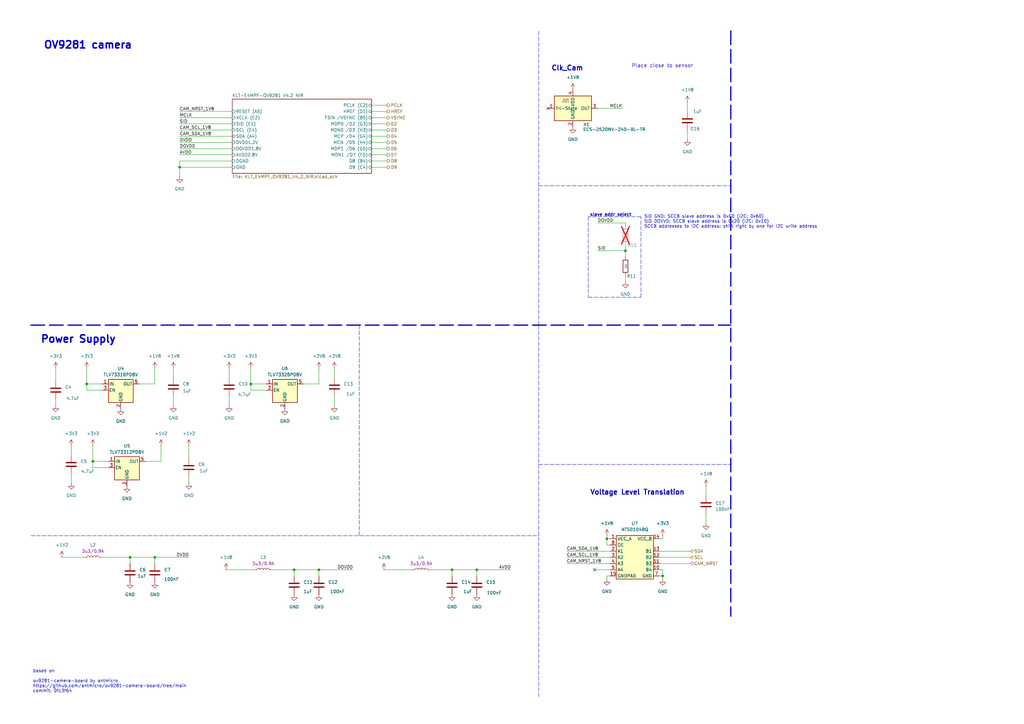
<source format=kicad_sch>
(kicad_sch (version 20231120) (generator "eeschema") (generator_version "8.0")
  (paper "A3")
  (lib_symbols
    (symbol "Device:C" (pin_numbers hide) (pin_names (offset 0.254))
      (property "Reference" "C" (at 0.635 2.54 0))
      (property "Value" "C" (at 0.635 -2.54 0))
      (symbol "C_0_1"
        (polyline (pts (xy -2.032 -0.762) (xy 2.032 -0.762)) (stroke (width 0.508)))
        (polyline (pts (xy -2.032 0.762) (xy 2.032 0.762)) (stroke (width 0.508)))
      )
      (symbol "C_1_1"
        (pin passive line (at 0 3.81 270) (length 2.794) (name "~") (number "1"))
        (pin passive line (at 0 -3.81 90) (length 2.794) (name "~") (number "2"))
      )
    )
    (symbol "Device:L" (pin_numbers hide) (pin_names (offset 1.016) hide)
      (property "Reference" "L" (at -1.27 0 90))
      (property "Value" "L" (at 1.905 0 90))
      (symbol "L_0_1"
        (arc (start 0 -2.54) (mid 0.6323 -1.905) (end 0 -1.27))
        (arc (start 0 -1.27) (mid 0.6323 -0.635) (end 0 0))
        (arc (start 0 0) (mid 0.6323 0.635) (end 0 1.27))
        (arc (start 0 1.27) (mid 0.6323 1.905) (end 0 2.54))
      )
      (symbol "L_1_1"
        (pin passive line (at 0 3.81 270) (length 1.27) (name "1") (number "1"))
        (pin passive line (at 0 -3.81 90) (length 1.27) (name "2") (number "2"))
      )
    )
    (symbol "Device:R" (pin_numbers hide) (pin_names (offset 0))
      (property "Reference" "R" (at 2.032 0 90))
      (property "Value" "R" (at 0 0 90))
      (symbol "R_0_1"
        (rectangle (start -1.016 -2.54) (end 1.016 2.54) (stroke (width 0.254)))
      )
      (symbol "R_1_1"
        (pin passive line (at 0 3.81 270) (length 1.27) (name "~") (number "1"))
        (pin passive line (at 0 -3.81 90) (length 1.27) (name "~") (number "2"))
      )
    )
    (symbol "Oscillator:ECS-2520MV-xxx-xx"
      (property "Reference" "X" (at -5.08 6.35 0))
      (property "Value" "ECS-2520MV-xxx-xx" (at 1.27 -6.35 0))
      (symbol "ECS-2520MV-xxx-xx_0_1"
        (rectangle (start -7.62 5.08) (end 7.62 -5.08) (stroke (width 0.254)) (fill (type background)))
        (polyline (pts (xy -4.445 2.54) (xy -3.81 2.54) (xy -3.81 3.81) (xy -3.175 3.81) (xy -3.175 2.54) (xy -2.54 2.54) (xy -2.54 3.81) (xy -1.905 3.81) (xy -1.905 2.54)))
      )
      (symbol "ECS-2520MV-xxx-xx_1_1"
        (pin input line (at -10.16 0 0) (length 2.54) (name "Tri-State") (number "1"))
        (pin power_in line (at 0 -7.62 90) (length 2.54) (name "GND") (number "2"))
        (pin output line (at 10.16 0 180) (length 2.54) (name "OUT") (number "3"))
        (pin power_in line (at 0 7.62 270) (length 2.54) (name "VDD") (number "4"))
      )
    )
    (symbol "Regulator_Linear:TLV73312PDBV" (pin_names (offset 0.254))
      (property "Reference" "U" (at -3.81 5.715 0))
      (property "Value" "TLV73312PDBV" (at 0 5.715 0))
      (symbol "TLV73312PDBV_0_1"
        (rectangle (start -5.08 4.445) (end 5.08 -5.08) (stroke (width 0.254)) (fill (type background)))
      )
      (symbol "TLV73312PDBV_1_1"
        (pin power_in line (at -7.62 2.54 0) (length 2.54) (name "IN") (number "1"))
        (pin power_in line (at 0 -7.62 90) (length 2.54) (name "GND") (number "2"))
        (pin input line (at -7.62 0 0) (length 2.54) (name "EN") (number "3"))
        (pin no_connect line (at 5.08 0 180) (length 2.54) hide (name "NC") (number "4"))
        (pin power_out line (at 7.62 2.54 180) (length 2.54) (name "OUT") (number "5"))
      )
    )
    (symbol "Regulator_Linear:TLV73318PDBV" (pin_names (offset 0.254))
      (property "Reference" "U" (at -3.81 5.715 0))
      (property "Value" "TLV73318PDBV" (at 0 5.715 0))
      (symbol "TLV73318PDBV_0_1"
        (rectangle (start -5.08 4.445) (end 5.08 -5.08) (stroke (width 0.254)) (fill (type background)))
      )
      (symbol "TLV73318PDBV_1_1"
        (pin power_in line (at -7.62 2.54 0) (length 2.54) (name "IN") (number "1"))
        (pin power_in line (at 0 -7.62 90) (length 2.54) (name "GND") (number "2"))
        (pin input line (at -7.62 0 0) (length 2.54) (name "EN") (number "3"))
        (pin no_connect line (at 5.08 0 180) (length 2.54) hide (name "NC") (number "4"))
        (pin power_out line (at 7.62 2.54 180) (length 2.54) (name "OUT") (number "5"))
      )
    )
    (symbol "Regulator_Linear:TLV73328PDBV" (pin_names (offset 0.254))
      (property "Reference" "U" (at -3.81 5.715 0))
      (property "Value" "TLV73328PDBV" (at 0 5.715 0))
      (symbol "TLV73328PDBV_0_1"
        (rectangle (start -5.08 4.445) (end 5.08 -5.08) (stroke (width 0.254)) (fill (type background)))
      )
      (symbol "TLV73328PDBV_1_1"
        (pin power_in line (at -7.62 2.54 0) (length 2.54) (name "IN") (number "1"))
        (pin power_in line (at 0 -7.62 90) (length 2.54) (name "GND") (number "2"))
        (pin input line (at -7.62 0 0) (length 2.54) (name "EN") (number "3"))
        (pin no_connect line (at 5.08 0 180) (length 2.54) hide (name "NC") (number "4"))
        (pin power_out line (at 7.62 2.54 180) (length 2.54) (name "OUT") (number "5"))
      )
    )
    (symbol "power:+1V2" (power) (pin_numbers hide) (pin_names (offset 0) hide)
      (property "Value" "+1V2" (at 0 3.556 0))
      (symbol "+1V2_0_1"
        (polyline (pts (xy -0.762 1.27) (xy 0 2.54)))
        (polyline (pts (xy 0 0) (xy 0 2.54)))
        (polyline (pts (xy 0 2.54) (xy 0.762 1.27)))
      )
      (symbol "+1V2_1_1"
        (pin power_in line (at 0 0 90) (length 0) (name "~") (number "1"))
      )
    )
    (symbol "power:+1V8" (power) (pin_numbers hide) (pin_names (offset 0) hide)
      (property "Value" "+1V8" (at 0 3.556 0))
      (symbol "+1V8_0_1"
        (polyline (pts (xy -0.762 1.27) (xy 0 2.54)))
        (polyline (pts (xy 0 0) (xy 0 2.54)))
        (polyline (pts (xy 0 2.54) (xy 0.762 1.27)))
      )
      (symbol "+1V8_1_1"
        (pin power_in line (at 0 0 90) (length 0) (name "~") (number "1"))
      )
    )
    (symbol "power:+2V8" (power) (pin_numbers hide) (pin_names (offset 0) hide)
      (property "Value" "+2V8" (at 0 3.556 0))
      (symbol "+2V8_0_1"
        (polyline (pts (xy -0.762 1.27) (xy 0 2.54)))
        (polyline (pts (xy 0 0) (xy 0 2.54)))
        (polyline (pts (xy 0 2.54) (xy 0.762 1.27)))
      )
      (symbol "+2V8_1_1"
        (pin power_in line (at 0 0 90) (length 0) (name "~") (number "1"))
      )
    )
    (symbol "power:+3V3" (power) (pin_numbers hide) (pin_names (offset 0) hide)
      (property "Value" "+3V3" (at 0 3.556 0))
      (symbol "+3V3_0_1"
        (polyline (pts (xy -0.762 1.27) (xy 0 2.54)))
        (polyline (pts (xy 0 0) (xy 0 2.54)))
        (polyline (pts (xy 0 2.54) (xy 0.762 1.27)))
      )
      (symbol "+3V3_1_1"
        (pin power_in line (at 0 0 90) (length 0) (name "~") (number "1"))
      )
    )
    (symbol "power:GND" (power) (pin_numbers hide) (pin_names (offset 0) hide)
      (property "Value" "GND" (at 0 -3.81 0))
      (symbol "GND_0_1"
        (polyline (pts (xy 0 0) (xy 0 -1.27) (xy 1.27 -1.27) (xy 0 -2.54) (xy -1.27 -1.27) (xy 0 -1.27)))
      )
      (symbol "GND_1_1"
        (pin power_in line (at 0 0 270) (length 0) (name "~") (number "1"))
      )
    )
    (symbol "visionAddOn:NTS0104BQ"
      (property "Reference" "U" (at 0 0 0))
      (property "Value" "NTS0104BQ" (at 0 0 0))
      (symbol "NTS0104BQ_1_1"
        (rectangle (start -7.62 -1.27) (end 7.62 -19.05) (stroke (width 0.254)) (fill (type background)))
        (pin power_in line (at -10.16 -2.54 0) (length 2.54) (name "VCC_A") (number "1"))
        (pin bidirectional line (at 10.16 -15.24 180) (length 2.54) (name "B4") (number "10"))
        (pin bidirectional line (at 10.16 -12.7 180) (length 2.54) (name "B3") (number "11"))
        (pin bidirectional line (at 10.16 -10.16 180) (length 2.54) (name "B2") (number "12"))
        (pin bidirectional line (at 10.16 -7.62 180) (length 2.54) (name "B1") (number "13"))
        (pin power_in line (at 10.16 -2.54 180) (length 2.54) (name "VCC_B") (number "14"))
        (pin input line (at -10.16 -17.78 0) (length 2.54) (name "GNDPAD") (number "15"))
        (pin bidirectional line (at -10.16 -7.62 0) (length 2.54) (name "A1") (number "2"))
        (pin bidirectional line (at -10.16 -10.16 0) (length 2.54) (name "A2") (number "3"))
        (pin bidirectional line (at -10.16 -12.7 0) (length 2.54) (name "A3") (number "4"))
        (pin bidirectional line (at -10.16 -15.24 0) (length 2.54) (name "A4") (number "5"))
        (pin no_connect line (at 7.62 -3.81 180) (length 2.54) hide (name "NC") (number "6"))
        (pin power_in line (at 10.16 -17.78 180) (length 2.54) (name "GND") (number "7"))
        (pin power_in line (at -10.16 -5.08 0) (length 2.54) (name "OE") (number "8"))
        (pin no_connect line (at 7.62 -5.08 180) (length 2.54) hide (name "NC") (number "9"))
      )
    )
  )
  (junction (at 248.92 220.98))
  (junction (at 38.1 189.23))
  (junction (at 256.54 102.87))
  (junction (at 195.58 233.68))
  (junction (at 35.56 157.48))
  (junction (at 63.5 228.6))
  (junction (at 120.65 233.68))
  (junction (at 102.87 157.48))
  (junction (at 53.34 228.6))
  (junction (at 73.66 68.58))
  (junction (at 271.78 236.22))
  (junction (at 185.42 233.68))
  (junction (at 130.81 233.68))
  (no_connect (at 243.84 233.68))
  (no_connect (at 224.79 44.45))
  (wire (pts (xy 232.41 228.6) (xy 250.19 228.6)))
  (wire (pts (xy 158.75 68.58) (xy 152.4 68.58)))
  (wire (pts (xy 120.65 236.22) (xy 120.65 233.68)))
  (wire (pts (xy 41.91 228.6) (xy 53.34 228.6)))
  (wire (pts (xy 29.21 182.88) (xy 29.21 186.69)))
  (wire (pts (xy 111.76 233.68) (xy 120.65 233.68)))
  (wire (pts (xy 256.54 113.03) (xy 256.54 115.57)))
  (wire (pts (xy 109.22 160.02) (xy 102.87 160.02)))
  (wire (pts (xy 248.92 219.71) (xy 248.92 220.98)))
  (wire (pts (xy 152.4 43.18) (xy 158.75 43.18)))
  (wire (pts (xy 271.78 237.49) (xy 271.78 236.22)))
  (wire (pts (xy 130.81 233.68) (xy 130.81 236.22)))
  (wire (pts (xy 44.45 189.23) (xy 38.1 189.23)))
  (wire (pts (xy 289.56 214.63) (xy 289.56 210.82)))
  (wire (pts (xy 256.54 102.87) (xy 256.54 105.41)))
  (wire (pts (xy 256.54 102.87) (xy 245.11 102.87)))
  (wire (pts (xy 271.78 220.98) (xy 270.51 220.98)))
  (wire (pts (xy 255.27 44.45) (xy 245.11 44.45)))
  (wire (pts (xy 57.15 157.48) (xy 63.5 157.48)))
  (wire (pts (xy 250.19 236.22) (xy 248.92 236.22)))
  (wire (pts (xy 176.53 233.68) (xy 185.42 233.68)))
  (wire (pts (xy 35.56 160.02) (xy 41.91 160.02)))
  (wire (pts (xy 283.21 228.6) (xy 270.51 228.6)))
  (wire (pts (xy 130.81 233.68) (xy 144.78 233.68)))
  (polyline (pts (xy 220.98 133.35) (xy 220.98 285.75)) (stroke (width 0) (type dash)))
  (wire (pts (xy 77.47 182.88) (xy 77.47 187.96)))
  (wire (pts (xy 271.78 219.71) (xy 271.78 220.98)))
  (wire (pts (xy 63.5 157.48) (xy 63.5 151.13)))
  (wire (pts (xy 38.1 189.23) (xy 38.1 182.88)))
  (wire (pts (xy 248.92 236.22) (xy 248.92 237.49)))
  (wire (pts (xy 102.87 160.02) (xy 102.87 157.48)))
  (wire (pts (xy 158.75 45.72) (xy 152.4 45.72)))
  (polyline (pts (xy 220.98 190.5) (xy 299.72 190.5)) (stroke (width 0) (type dash)))
  (wire (pts (xy 73.66 48.26) (xy 95.25 48.26)))
  (wire (pts (xy 152.4 60.96) (xy 158.75 60.96)))
  (wire (pts (xy 63.5 228.6) (xy 77.47 228.6)))
  (wire (pts (xy 71.12 151.13) (xy 71.12 154.94)))
  (wire (pts (xy 73.66 60.96) (xy 95.25 60.96)))
  (wire (pts (xy 195.58 233.68) (xy 195.58 236.22)))
  (wire (pts (xy 124.46 157.48) (xy 130.81 157.48)))
  (wire (pts (xy 195.58 233.68) (xy 209.55 233.68)))
  (wire (pts (xy 130.81 157.48) (xy 130.81 151.13)))
  (wire (pts (xy 152.4 63.5) (xy 158.75 63.5)))
  (wire (pts (xy 289.56 199.39) (xy 289.56 203.2)))
  (wire (pts (xy 137.16 162.56) (xy 137.16 166.37)))
  (wire (pts (xy 73.66 45.72) (xy 95.25 45.72)))
  (wire (pts (xy 256.54 100.33) (xy 256.54 102.87)))
  (wire (pts (xy 281.94 41.91) (xy 281.94 45.72)))
  (wire (pts (xy 44.45 191.77) (xy 38.1 191.77)))
  (wire (pts (xy 66.04 189.23) (xy 66.04 182.88)))
  (wire (pts (xy 248.92 223.52) (xy 250.19 223.52)))
  (wire (pts (xy 270.51 236.22) (xy 271.78 236.22)))
  (wire (pts (xy 281.94 57.15) (xy 281.94 53.34)))
  (wire (pts (xy 22.86 163.83) (xy 22.86 166.37)))
  (polyline (pts (xy 241.3 121.92) (xy 262.89 121.92)) (stroke (width 0) (type dash)))
  (wire (pts (xy 152.4 48.26) (xy 158.75 48.26)))
  (wire (pts (xy 77.47 195.58) (xy 77.47 198.12)))
  (polyline (pts (xy 12.7 133.35) (xy 299.72 133.35)) (stroke (width 0.508) (type dash)))
  (wire (pts (xy 158.75 53.34) (xy 152.4 53.34)))
  (wire (pts (xy 232.41 226.06) (xy 250.19 226.06)))
  (wire (pts (xy 73.66 66.04) (xy 73.66 68.58)))
  (wire (pts (xy 158.75 58.42) (xy 152.4 58.42)))
  (polyline (pts (xy 220.98 76.2) (xy 299.72 76.2)) (stroke (width 0) (type dash)))
  (wire (pts (xy 73.66 53.34) (xy 95.25 53.34)))
  (wire (pts (xy 243.84 233.68) (xy 250.19 233.68)))
  (wire (pts (xy 59.69 189.23) (xy 66.04 189.23)))
  (wire (pts (xy 185.42 233.68) (xy 195.58 233.68)))
  (polyline (pts (xy 147.32 133.35) (xy 147.32 219.71)) (stroke (width 0) (type dash)))
  (wire (pts (xy 232.41 231.14) (xy 250.19 231.14)))
  (wire (pts (xy 256.54 91.44) (xy 256.54 92.71)))
  (polyline (pts (xy 241.3 88.9) (xy 241.3 121.92)) (stroke (width 0) (type dash)))
  (wire (pts (xy 245.11 91.44) (xy 256.54 91.44)))
  (wire (pts (xy 73.66 63.5) (xy 95.25 63.5)))
  (wire (pts (xy 102.87 157.48) (xy 102.87 151.13)))
  (polyline (pts (xy 12.7 219.71) (xy 220.98 219.71)) (stroke (width 0) (type dash)))
  (wire (pts (xy 35.56 157.48) (xy 41.91 157.48)))
  (wire (pts (xy 73.66 50.8) (xy 95.25 50.8)))
  (wire (pts (xy 71.12 162.56) (xy 71.12 166.37)))
  (wire (pts (xy 152.4 50.8) (xy 158.75 50.8)))
  (wire (pts (xy 25.4 228.6) (xy 34.29 228.6)))
  (wire (pts (xy 152.4 55.88) (xy 158.75 55.88)))
  (polyline (pts (xy 262.89 121.92) (xy 262.89 88.9)) (stroke (width 0) (type dash)))
  (wire (pts (xy 109.22 157.48) (xy 102.87 157.48)))
  (wire (pts (xy 38.1 191.77) (xy 38.1 189.23)))
  (polyline (pts (xy 262.89 88.9) (xy 241.3 88.9)) (stroke (width 0) (type dash)))
  (wire (pts (xy 157.48 233.68) (xy 168.91 233.68)))
  (wire (pts (xy 29.21 194.31) (xy 29.21 198.12)))
  (wire (pts (xy 271.78 233.68) (xy 271.78 236.22)))
  (polyline (pts (xy 299.72 12.7) (xy 299.72 252.73)) (stroke (width 0.508) (type dash)))
  (wire (pts (xy 250.19 220.98) (xy 248.92 220.98)))
  (wire (pts (xy 283.21 226.06) (xy 270.51 226.06)))
  (wire (pts (xy 120.65 233.68) (xy 130.81 233.68)))
  (wire (pts (xy 95.25 68.58) (xy 73.66 68.58)))
  (wire (pts (xy 93.98 162.56) (xy 93.98 166.37)))
  (wire (pts (xy 53.34 231.14) (xy 53.34 228.6)))
  (wire (pts (xy 22.86 151.13) (xy 22.86 156.21)))
  (wire (pts (xy 35.56 157.48) (xy 35.56 151.13)))
  (wire (pts (xy 185.42 236.22) (xy 185.42 233.68)))
  (wire (pts (xy 63.5 231.14) (xy 63.5 228.6)))
  (polyline (pts (xy 220.98 133.35) (xy 220.98 12.7)) (stroke (width 0) (type dash)))
  (wire (pts (xy 137.16 151.13) (xy 137.16 154.94)))
  (wire (pts (xy 73.66 55.88) (xy 95.25 55.88)))
  (wire (pts (xy 248.92 220.98) (xy 248.92 223.52)))
  (wire (pts (xy 271.78 233.68) (xy 270.51 233.68)))
  (wire (pts (xy 73.66 58.42) (xy 95.25 58.42)))
  (wire (pts (xy 270.51 231.14) (xy 283.21 231.14)))
  (wire (pts (xy 158.75 66.04) (xy 152.4 66.04)))
  (wire (pts (xy 73.66 66.04) (xy 95.25 66.04)))
  (wire (pts (xy 92.71 233.68) (xy 104.14 233.68)))
  (wire (pts (xy 53.34 228.6) (xy 63.5 228.6)))
  (wire (pts (xy 93.98 151.13) (xy 93.98 154.94)))
  (wire (pts (xy 73.66 68.58) (xy 73.66 72.39)))
  (wire (pts (xy 35.56 160.02) (xy 35.56 157.48)))
  (text "Voltage Level Translation" (at 241.935 203.2 0) (effects (font (size 2.0066 2.0066) (thickness 0.4013) (bold yes)) (justify left bottom)))
  (text "SID GND: SCCB slave address is 0xC0 (I2C: 0x60)\nSID DOVVD: SCCB slave address is 0x20 (I2C: 0x10)\nSCCB addresses to I2C address: shift right by one for I2C write address" (at 264.16 90.932 0) (effects (font (size 1.27 1.27)) (justify left)))
  (text "Power Supply" (at 16.51 140.97 0) (effects (font (size 2.9972 2.9972) (thickness 0.5994) (bold yes)) (justify left bottom)))
  (text "slave addr select" (at 241.935 88.9 0) (effects (font (size 1.27 1.27) (thickness 0.254) (bold yes)) (justify left bottom)))
  (text "Clk_Cam" (at 226.06 29.21 0) (effects (font (size 2.0066 2.0066) (thickness 0.4013) (bold yes)) (justify left bottom)))
  (text "OV9281 camera" (at 17.78 20.32 0) (effects (font (size 2.9972 2.9972) (thickness 0.5994) (bold yes)) (justify left bottom)))
  (text "Place close to sensor" (at 259.08 27.94 0) (effects (font (size 1.4986 1.4986)) (justify left bottom)))
  (text "based on\n\nov9281-camera-board by antmicro\nhttps://github.com/antmicro/ov9281-camera-board/tree/main\ncommit: 0fc3f64" (at 13.462 279.4 0) (effects (font (size 1.27 1.27)) (justify left)))
  (label "SID" (at 73.66 50.8 0))
  (label "AVDD" (at 209.55 233.68 180))
  (label "DOVDD" (at 245.11 91.44 0))
  (label "MCLK" (at 255.27 44.45 180))
  (label "AVDD" (at 73.66 63.5 0))
  (label "CAM_SCL_1V8" (at 73.66 53.34 0))
  (label "SID" (at 245.11 102.87 0))
  (label "DVDD" (at 77.47 228.6 180))
  (label "CAM_SCL_1V8" (at 232.41 228.6 0))
  (label "DOVDD" (at 73.66 60.96 0))
  (label "CAM_SDA_1V8" (at 232.41 226.06 0))
  (label "CAM_SDA_1V8" (at 73.66 55.88 0))
  (label "MCLK" (at 73.66 48.26 0))
  (label "DVDD" (at 73.66 58.42 0))
  (label "DOVDD" (at 144.78 233.68 180))
  (label "CAM_NRST_1V8" (at 73.66 45.72 0))
  (label "CAM_NRST_1V8" (at 232.41 231.14 0))
  (hierarchical_label "SDA" (shape bidirectional) (at 283.21 226.06 0))
  (hierarchical_label "CAM_NRST" (shape input) (at 283.21 231.14 0))
  (hierarchical_label "D9" (shape output) (at 158.75 68.58 0))
  (hierarchical_label "D2" (shape output) (at 158.75 50.8 0))
  (hierarchical_label "SCL" (shape bidirectional) (at 283.21 228.6 0))
  (hierarchical_label "D8" (shape output) (at 158.75 66.04 0))
  (hierarchical_label "PCLK" (shape output) (at 158.75 43.18 0))
  (hierarchical_label "D3" (shape output) (at 158.75 53.34 0))
  (hierarchical_label "D6" (shape output) (at 158.75 60.96 0))
  (hierarchical_label "D4" (shape output) (at 158.75 55.88 0))
  (hierarchical_label "HREF" (shape output) (at 158.75 45.72 0))
  (hierarchical_label "D7" (shape output) (at 158.75 63.5 0))
  (hierarchical_label "D5" (shape output) (at 158.75 58.42 0))
  (hierarchical_label "VSYNC" (shape output) (at 158.75 48.26 0))
  (symbol (lib_id "Device:C") (at 289.56 207.01 0) (unit 1)
    (property "Reference" "C17" (at 293.37 206.375 0) (effects (justify left)))
    (property "Value" "100nF" (at 293.37 208.915 0) (effects (justify left)))
    (property "Footprint" "Capacitor_SMD:C_0402_1005Metric" (effects (hide yes)))
    (property "DigiKey-Partnumber" "490-6328-2-ND" (effects (hide yes)))
    (property "CUBUS" "100N CAPC1005X50" (effects (hide yes)))
  )
  (symbol (lib_id "power:+1V8") (at 92.71 233.68 0) (unit 1)
    (property "Reference" "#PWR037" (effects (hide yes)))
    (property "Value" "+1V8" (at 92.71 228.6 0))
    (property "Description" "Power symbol creates a global label with name \"+1V8\"" (effects (hide yes)))
    (property "Author" "Antmicro" (effects (hide yes)))
    (property "License" "Apache-2.0" (effects (hide yes)))
  )
  (symbol (lib_id "power:+1V8") (at 234.95 36.83 0) (unit 1)
    (property "Reference" "#PWR050" (effects (hide yes)))
    (property "Value" "+1V8" (at 234.95 31.75 0))
    (property "Description" "Power symbol creates a global label with name \"+1V8\"" (effects (hide yes)))
    (property "Author" "Antmicro" (effects (hide yes)))
    (property "License" "Apache-2.0" (effects (hide yes)))
  )
  (symbol (lib_id "power:+1V8") (at 71.12 151.13 0) (unit 1)
    (property "Reference" "#PWR032" (effects (hide yes)))
    (property "Value" "+1V8" (at 71.12 146.05 0))
    (property "Description" "Power symbol creates a global label with name \"+1V8\"" (effects (hide yes)))
    (property "Author" "Antmicro" (effects (hide yes)))
    (property "License" "Apache-2.0" (effects (hide yes)))
  )
  (symbol (lib_id "Oscillator:ECS-2520MV-xxx-xx") (at 234.95 44.45 0) (unit 1)
    (property "Reference" "X1" (at 240.538 51.054 0))
    (property "Value" "ECS-2520MV-240-BL-TR" (at 251.968 53.086 0))
    (property "Footprint" "Oscillator:Oscillator_SMD_ECS_2520MV-xxx-xx-4Pin_2.5x2.0mm" (effects (hide yes)))
    (property "Datasheet" "https://www.ecsxtal.com/store/pdf/ECS-2520MV.pdf" (effects (hide yes)))
    (property "Description" "HCMOS Crystal Clock Oscillator, 2.5x2.0 mm SMD" (effects (hide yes)))
    (property "DigiKey-Partnumber" "50-ECS-2520MV-240-BL-TR-ND" (effects (hide yes)))
  )
  (symbol (lib_id "power:GND") (at 195.58 243.84 0) (unit 1)
    (property "Reference" "#PWR049" (effects (hide yes)))
    (property "Value" "GND" (at 195.58 248.92 0))
    (property "Description" "Power symbol creates a global label with name \"GND\" , ground" (effects (hide yes)))
  )
  (symbol (lib_id "power:+3V3") (at 22.86 151.13 0) (unit 1)
    (property "Reference" "#PWR019" (effects (hide yes)))
    (property "Value" "+3V3" (at 22.86 146.05 0))
    (property "Description" "Power symbol creates a global label with name \"+3V3\"" (effects (hide yes)))
    (property "Author" "Antmicro" (effects (hide yes)))
    (property "License" "Apache-2.0" (effects (hide yes)))
  )
  (symbol (lib_id "power:+1V8") (at 63.5 151.13 0) (unit 1)
    (property "Reference" "#PWR029" (effects (hide yes)))
    (property "Value" "+1V8" (at 63.5 146.05 0))
    (property "Description" "Power symbol creates a global label with name \"+1V8\"" (effects (hide yes)))
    (property "Author" "Antmicro" (effects (hide yes)))
    (property "License" "Apache-2.0" (effects (hide yes)))
  )
  (symbol (lib_id "Device:L") (at 107.95 233.68 90) (unit 1)
    (property "Reference" "L3" (at 107.95 228.6 90))
    (property "Value" "MLP2012S3R3MT" (effects (hide yes)))
    (property "Footprint" "Inductor_SMD:L_0805_2012Metric" (effects (hide yes)))
    (property "Datasheet" "https://product.tdk.com/en/system/files?file=dam/doc/product/inductor/inductor/smd/catalog/inductor_commercial_power_mlp2012_en.pdf" (effects (hide yes)))
    (property "Manufacturer" "TDK" (effects (hide yes)))
    (property "Val" "3u3/0.9A" (at 107.95 231.14 90))
    (property "DigiKey-Partnumber" "445-6365-2-ND" (effects (hide yes)))
  )
  (symbol (lib_id "Device:C") (at 77.47 191.77 0) (unit 1)
    (property "Reference" "C9" (at 81.28 190.5 0) (effects (justify left)))
    (property "Value" "1uF" (at 81.788 193.802 0) (effects (justify left bottom)))
    (property "Footprint" "Capacitor_SMD:C_0603_1608Metric" (effects (hide yes)))
    (property "DigiKey-Partnumber" "445-4112-2-ND" (effects (hide yes)))
    (property "CUBUS" "1U CAPC1608X80" (effects (hide yes)))
  )
  (symbol (lib_id "Device:C") (at 195.58 240.03 0) (unit 1)
    (property "Reference" "C15" (at 199.39 238.76 0) (effects (justify left)))
    (property "Value" "100nF" (at 199.644 243.84 0) (effects (justify left bottom)))
    (property "Footprint" "Capacitor_SMD:C_0402_1005Metric" (effects (hide yes)))
    (property "DigiKey-Partnumber" "490-6328-2-ND" (effects (hide yes)))
    (property "CUBUS" "100N CAPC1005X50" (effects (hide yes)))
  )
  (symbol (lib_id "power:+1V2") (at 66.04 182.88 0) (unit 1)
    (property "Reference" "#PWR031" (effects (hide yes)))
    (property "Value" "+1V2" (at 66.04 177.8 0))
  )
  (symbol (lib_id "power:GND") (at 63.5 238.76 0) (unit 1)
    (property "Reference" "#PWR030" (effects (hide yes)))
    (property "Value" "GND" (at 63.5 243.84 0))
    (property "Description" "Power symbol creates a global label with name \"GND\" , ground" (effects (hide yes)))
  )
  (symbol (lib_id "Device:R") (at 256.54 109.22 0) (unit 1)
    (property "Reference" "R11" (at 257.048 113.284 0) (effects (justify left)))
    (property "Value" "0" (at 256.032 109.982 0) (effects (justify left bottom)))
    (property "Footprint" "Resistor_SMD:R_0402_1005Metric" (effects (hide yes)))
    (property "Manufacturer" "Panasonic" (effects (hide yes)))
    (property "DigiKey-Partnumber" "311-0.0JRTR-ND" (effects (hide yes)))
    (property "CUBUS" "0 RESC1005X35" (effects (hide yes)))
  )
  (symbol (lib_id "power:+2V8") (at 130.81 151.13 0) (unit 1)
    (property "Reference" "#PWR043" (effects (hide yes)))
    (property "Value" "+2V8" (at 130.81 146.05 0))
  )
  (symbol (lib_id "Device:C") (at 63.5 234.95 0) (unit 1)
    (property "Reference" "C7" (at 67.31 233.68 0) (effects (justify left)))
    (property "Value" "100nF" (at 67.31 238.252 0) (effects (justify left bottom)))
    (property "Footprint" "Capacitor_SMD:C_0402_1005Metric" (effects (hide yes)))
    (property "DigiKey-Partnumber" "490-6328-2-ND" (effects (hide yes)))
    (property "CUBUS" "100N CAPC1005X50" (effects (hide yes)))
  )
  (symbol (lib_id "power:GND") (at 120.65 243.84 0) (unit 1)
    (property "Reference" "#PWR042" (effects (hide yes)))
    (property "Value" "GND" (at 120.65 248.92 0))
    (property "Description" "Power symbol creates a global label with name \"GND\" , ground" (effects (hide yes)))
  )
  (symbol (lib_id "power:+3V3") (at 35.56 151.13 0) (unit 1)
    (property "Reference" "#PWR024" (effects (hide yes)))
    (property "Value" "+3V3" (at 35.56 146.05 0))
    (property "Description" "Power symbol creates a global label with name \"+3V3\"" (effects (hide yes)))
    (property "Author" "Antmicro" (effects (hide yes)))
    (property "License" "Apache-2.0" (effects (hide yes)))
  )
  (symbol (lib_id "Device:C") (at 29.21 190.5 0) (unit 1)
    (property "Reference" "C5" (at 33.02 189.23 0) (effects (justify left)))
    (property "Value" "4.7uF" (at 33.274 194.056 0) (effects (justify left bottom)))
    (property "Footprint" "Capacitor_SMD:C_0805_2012Metric" (effects (hide yes)))
    (property "DigiKey-Partnumber" "1292-0805X475K250CTTR-ND" (effects (hide yes)))
    (property "CUBUS" "4u7 CAPC2012X95" (effects (hide yes)))
  )
  (symbol (lib_id "power:GND") (at 271.78 237.49 0) (unit 1)
    (property "Reference" "#PWR055" (effects (hide yes)))
    (property "Value" "GND" (at 271.78 242.57 0))
    (property "Description" "Power symbol creates a global label with name \"GND\" , ground" (effects (hide yes)))
  )
  (symbol (lib_id "visionAddOn:NTS0104BQ") (at 260.35 218.44 0) (unit 1)
    (property "Reference" "U7" (at 260.35 214.63 0))
    (property "Value" "NTS0104BQ" (at 260.35 217.17 0))
    (property "Footprint" "Package_DFN_QFN:DHVQFN-14-1EP_2.5x3mm_P0.5mm_EP1x1.5mm" (effects (hide yes)))
    (property "Datasheet" "https://www.nxp.com/docs/en/data-sheet/NTS0104_Q100.pdf" (effects (hide yes)))
    (property "DigiKey-Partnumber" "568-12382-2-ND" (effects (hide yes)))
  )
  (symbol (lib_id "power:GND") (at 234.95 52.07 0) (unit 1)
    (property "Reference" "#PWR051" (effects (hide yes)))
    (property "Value" "GND" (at 234.95 57.15 0))
    (property "Description" "Power symbol creates a global label with name \"GND\" , ground" (effects (hide yes)))
  )
  (symbol (lib_id "Regulator_Linear:TLV73318PDBV") (at 49.53 160.02 0) (unit 1)
    (property "Reference" "U4" (at 49.53 151.13 0))
    (property "Value" "TLV73318PDBV" (at 49.53 153.67 0))
    (property "Footprint" "Package_TO_SOT_SMD:SOT-23-5" (effects (hide yes)))
    (property "Datasheet" "http://www.ti.com/lit/ds/symlink/tlv733p.pdf" (effects (hide yes)))
    (property "Description" "300mA Capacitor-Free Low Dropout Voltage Regulator, Fixed Output 1.8V, SOT-23-5" (effects (hide yes)))
    (property "DigiKey-Partnumber" "296-40669-2-ND" (effects (hide yes)))
  )
  (symbol (lib_id "power:+1V2") (at 77.47 182.88 0) (unit 1)
    (property "Reference" "#PWR035" (effects (hide yes)))
    (property "Value" "+1V2" (at 77.47 177.8 0))
  )
  (symbol (lib_id "power:+1V2") (at 25.4 228.6 0) (unit 1)
    (property "Reference" "#PWR021" (effects (hide yes)))
    (property "Value" "+1V2" (at 25.4 223.52 0))
  )
  (symbol (lib_id "Device:C") (at 137.16 158.75 0) (unit 1)
    (property "Reference" "C13" (at 140.97 157.48 0) (effects (justify left)))
    (property "Value" "1uF" (at 141.986 162.306 0) (effects (justify left bottom)))
    (property "Footprint" "Capacitor_SMD:C_0603_1608Metric" (effects (hide yes)))
    (property "DigiKey-Partnumber" "445-4112-2-ND" (effects (hide yes)))
    (property "CUBUS" "1U CAPC1608X80" (effects (hide yes)))
  )
  (symbol (lib_id "power:GND") (at 73.66 72.39 0) (unit 1)
    (property "Reference" "#PWR034" (effects (hide yes)))
    (property "Value" "GND" (at 73.66 77.47 0))
    (property "Author" "Antmicro" (effects (hide yes)))
    (property "License" "Apache-2.0" (effects (hide yes)))
  )
  (symbol (lib_id "power:GND") (at 93.98 166.37 0) (unit 1)
    (property "Reference" "#PWR039" (effects (hide yes)))
    (property "Value" "GND" (at 93.98 171.45 0))
    (property "Description" "Power symbol creates a global label with name \"GND\" , ground" (effects (hide yes)))
  )
  (symbol (lib_id "power:+2V8") (at 137.16 151.13 0) (unit 1)
    (property "Reference" "#PWR045" (effects (hide yes)))
    (property "Value" "+2V8" (at 137.16 146.05 0))
  )
  (symbol (lib_id "Device:C") (at 130.81 240.03 0) (unit 1)
    (property "Reference" "C12" (at 134.62 238.76 0) (effects (justify left)))
    (property "Value" "100nF" (at 135.382 243.332 0) (effects (justify left bottom)))
    (property "Footprint" "Capacitor_SMD:C_0402_1005Metric" (effects (hide yes)))
    (property "DigiKey-Partnumber" "490-6328-2-ND" (effects (hide yes)))
    (property "CUBUS" "100N CAPC1005X50" (effects (hide yes)))
  )
  (symbol (lib_id "Regulator_Linear:TLV73328PDBV") (at 116.84 160.02 0) (unit 1)
    (property "Reference" "U6" (at 116.84 151.13 0))
    (property "Value" "TLV73328PDBV" (at 116.84 153.67 0))
    (property "Footprint" "Package_TO_SOT_SMD:SOT-23-5" (effects (hide yes)))
    (property "Datasheet" "http://www.ti.com/lit/ds/symlink/tlv733p.pdf" (effects (hide yes)))
    (property "Description" "300mA Capacitor-Free Low Dropout Voltage Regulator, Fixed Output 2.8V, SOT-23-5" (effects (hide yes)))
    (property "DigiKey-Partnumber" "296-42282-2-ND" (effects (hide yes)))
  )
  (symbol (lib_id "power:+2V8") (at 157.48 233.68 0) (unit 1)
    (property "Reference" "#PWR047" (effects (hide yes)))
    (property "Value" "+2V8" (at 157.48 228.6 0))
  )
  (symbol (lib_id "power:GND") (at 29.21 198.12 0) (unit 1)
    (property "Reference" "#PWR023" (effects (hide yes)))
    (property "Value" "GND" (at 29.21 203.2 0))
    (property "Author" "Antmicro" (effects (hide yes)))
    (property "License" "Apache-2.0" (effects (hide yes)))
  )
  (symbol (lib_id "power:+1V8") (at 281.94 41.91 0) (unit 1)
    (property "Reference" "#PWR056" (effects (hide yes)))
    (property "Value" "+1V8" (at 281.94 36.83 0))
    (property "Description" "Power symbol creates a global label with name \"+1V8\"" (effects (hide yes)))
    (property "Author" "Antmicro" (effects (hide yes)))
    (property "License" "Apache-2.0" (effects (hide yes)))
  )
  (symbol (lib_id "power:GND") (at 49.53 167.64 0) (unit 1)
    (property "Reference" "#PWR026" (effects (hide yes)))
    (property "Value" "GND" (at 49.53 172.72 0))
    (property "Description" "Power symbol creates a global label with name \"GND\" , ground" (effects (hide yes)))
  )
  (symbol (lib_id "power:GND") (at 52.07 199.39 0) (unit 1)
    (property "Reference" "#PWR027" (effects (hide yes)))
    (property "Value" "GND" (at 52.07 204.47 0))
    (property "Description" "Power symbol creates a global label with name \"GND\" , ground" (effects (hide yes)))
  )
  (symbol (lib_id "power:+3V3") (at 102.87 151.13 0) (unit 1)
    (property "Reference" "#PWR040" (effects (hide yes)))
    (property "Value" "+3V3" (at 102.87 146.05 0))
    (property "Description" "Power symbol creates a global label with name \"+3V3\"" (effects (hide yes)))
    (property "Author" "Antmicro" (effects (hide yes)))
    (property "License" "Apache-2.0" (effects (hide yes)))
  )
  (symbol (lib_id "power:+3V3") (at 38.1 182.88 0) (unit 1)
    (property "Reference" "#PWR025" (effects (hide yes)))
    (property "Value" "+3V3" (at 38.1 177.8 0))
    (property "Description" "Power symbol creates a global label with name \"+3V3\"" (effects (hide yes)))
    (property "Author" "Antmicro" (effects (hide yes)))
    (property "License" "Apache-2.0" (effects (hide yes)))
  )
  (symbol (lib_id "power:GND") (at 22.86 166.37 0) (unit 1)
    (property "Reference" "#PWR020" (effects (hide yes)))
    (property "Value" "GND" (at 22.86 171.45 0))
    (property "Author" "Antmicro" (effects (hide yes)))
    (property "License" "Apache-2.0" (effects (hide yes)))
  )
  (symbol (lib_id "Device:L") (at 172.72 233.68 90) (unit 1)
    (property "Reference" "L4" (at 172.72 228.6 90))
    (property "Value" "MLP2012S3R3MT" (effects (hide yes)))
    (property "Footprint" "Inductor_SMD:L_0805_2012Metric" (effects (hide yes)))
    (property "Datasheet" "https://product.tdk.com/en/system/files?file=dam/doc/product/inductor/inductor/smd/catalog/inductor_commercial_power_mlp2012_en.pdf" (effects (hide yes)))
    (property "Manufacturer" "TDK" (effects (hide yes)))
    (property "Val" "3u3/0.9A" (at 172.72 231.14 90))
    (property "DigiKey-Partnumber" "445-6365-2-ND" (effects (hide yes)))
  )
  (symbol (lib_id "power:GND") (at 116.84 167.64 0) (unit 1)
    (property "Reference" "#PWR041" (effects (hide yes)))
    (property "Value" "GND" (at 116.84 172.72 0))
    (property "Description" "Power symbol creates a global label with name \"GND\" , ground" (effects (hide yes)))
  )
  (symbol (lib_id "power:GND") (at 77.47 198.12 0) (unit 1)
    (property "Reference" "#PWR036" (effects (hide yes)))
    (property "Value" "GND" (at 77.47 203.2 0))
    (property "Description" "Power symbol creates a global label with name \"GND\" , ground" (effects (hide yes)))
  )
  (symbol (lib_id "power:+3V3") (at 29.21 182.88 0) (unit 1)
    (property "Reference" "#PWR022" (effects (hide yes)))
    (property "Value" "+3V3" (at 29.21 177.8 0))
    (property "Description" "Power symbol creates a global label with name \"+3V3\"" (effects (hide yes)))
    (property "Author" "Antmicro" (effects (hide yes)))
    (property "License" "Apache-2.0" (effects (hide yes)))
  )
  (symbol (lib_id "Device:L") (at 38.1 228.6 90) (unit 1)
    (property "Reference" "L2" (at 38.1 223.52 90))
    (property "Value" "MLP2012S3R3MT" (effects (hide yes)))
    (property "Footprint" "Inductor_SMD:L_0805_2012Metric" (effects (hide yes)))
    (property "Datasheet" "https://product.tdk.com/en/system/files?file=dam/doc/product/inductor/inductor/smd/catalog/inductor_commercial_power_mlp2012_en.pdf" (effects (hide yes)))
    (property "Val" "3u3/0.9A" (at 38.1 226.06 90))
    (property "DigiKey-Partnumber" "445-6365-2-ND" (effects (hide yes)))
  )
  (symbol (lib_id "power:GND") (at 256.54 115.57 0) (unit 1)
    (property "Reference" "#PWR053" (effects (hide yes)))
    (property "Value" "GND" (at 256.54 120.65 0))
    (property "Description" "Power symbol creates a global label with name \"GND\" , ground" (effects (hide yes)))
  )
  (symbol (lib_id "Device:C") (at 93.98 158.75 0) (unit 1)
    (property "Reference" "C10" (at 97.79 157.48 0) (effects (justify left)))
    (property "Value" "4.7uF" (at 97.536 162.56 0) (effects (justify left bottom)))
    (property "Footprint" "Capacitor_SMD:C_0805_2012Metric" (effects (hide yes)))
    (property "DigiKey-Partnumber" "1292-0805X475K250CTTR-ND" (effects (hide yes)))
    (property "CUBUS" "4u7 CAPC2012X95" (effects (hide yes)))
  )
  (symbol (lib_id "power:GND") (at 185.42 243.84 0) (unit 1)
    (property "Reference" "#PWR048" (effects (hide yes)))
    (property "Value" "GND" (at 185.42 248.92 0))
    (property "Description" "Power symbol creates a global label with name \"GND\" , ground" (effects (hide yes)))
  )
  (symbol (lib_id "power:GND") (at 130.81 243.84 0) (unit 1)
    (property "Reference" "#PWR044" (effects (hide yes)))
    (property "Value" "GND" (at 130.81 248.92 0))
    (property "Description" "Power symbol creates a global label with name \"GND\" , ground" (effects (hide yes)))
  )
  (symbol (lib_id "Regulator_Linear:TLV73312PDBV") (at 52.07 191.77 0) (unit 1)
    (property "Reference" "U5" (at 52.07 182.88 0))
    (property "Value" "TLV73312PDBV" (at 52.07 185.42 0))
    (property "Footprint" "Package_TO_SOT_SMD:SOT-23-5" (effects (hide yes)))
    (property "Datasheet" "http://www.ti.com/lit/ds/symlink/tlv733p.pdf" (effects (hide yes)))
    (property "Description" "300mA Capacitor-Free Low Dropout Voltage Regulator, Fixed Output 1.2V, SOT-23-5" (effects (hide yes)))
    (property "DigiKey-Partnumber" "296-40665-2-ND" (effects (hide yes)))
  )
  (symbol (lib_id "Device:C") (at 71.12 158.75 0) (unit 1)
    (property "Reference" "C8" (at 74.93 157.48 0) (effects (justify left)))
    (property "Value" "1uF" (at 74.93 161.036 0) (effects (justify left bottom)))
    (property "Footprint" "Capacitor_SMD:C_0603_1608Metric" (effects (hide yes)))
    (property "DigiKey-Partnumber" "445-4112-2-ND" (effects (hide yes)))
    (property "CUBUS" "1U CAPC1608X80" (effects (hide yes)))
  )
  (symbol (lib_id "Device:R") (at 256.54 96.52 0) (unit 1) (dnp yes)
    (property "Reference" "R10" (at 257.302 101.346 0) (effects (justify left bottom)))
    (property "Value" "0" (at 256.032 97.028 0) (effects (justify left bottom)))
    (property "Footprint" "Resistor_SMD:R_0402_1005Metric" (effects (hide yes)))
    (property "Manufacturer" "Panasonic" (effects (hide yes)))
    (property "DigiKey-Partnumber" "311-0.0JRTR-ND" (effects (hide yes)))
    (property "CUBUS" "0 RESC1005X35" (effects (hide yes)))
  )
  (symbol (lib_id "Device:C") (at 22.86 160.02 0) (unit 1)
    (property "Reference" "C4" (at 26.67 158.75 0) (effects (justify left)))
    (property "Value" "4.7uF" (at 27.178 164.084 0) (effects (justify left bottom)))
    (property "Footprint" "Capacitor_SMD:C_0805_2012Metric" (effects (hide yes)))
    (property "DigiKey-Partnumber" "1292-0805X475K250CTTR-ND" (effects (hide yes)))
    (property "CUBUS" "4u7 CAPC2012X95" (effects (hide yes)))
  )
  (symbol (lib_id "Device:C") (at 185.42 240.03 0) (unit 1)
    (property "Reference" "C14" (at 189.23 238.76 0) (effects (justify left)))
    (property "Value" "1uF" (at 189.992 243.332 0) (effects (justify left bottom)))
    (property "Footprint" "Capacitor_SMD:C_0603_1608Metric" (effects (hide yes)))
    (property "DigiKey-Partnumber" "445-4112-2-ND" (effects (hide yes)))
    (property "CUBUS" "1U CAPC1608X80" (effects (hide yes)))
  )
  (symbol (lib_id "power:GND") (at 71.12 166.37 0) (unit 1)
    (property "Reference" "#PWR033" (effects (hide yes)))
    (property "Value" "GND" (at 71.12 171.45 0))
    (property "Description" "Power symbol creates a global label with name \"GND\" , ground" (effects (hide yes)))
  )
  (symbol (lib_id "power:+3V3") (at 271.78 219.71 0) (unit 1)
    (property "Reference" "#PWR054" (effects (hide yes)))
    (property "Value" "+3V3" (at 271.78 214.63 0))
    (property "Description" "Power symbol creates a global label with name \"+3V3\"" (effects (hide yes)))
    (property "Author" "Antmicro" (effects (hide yes)))
    (property "License" "Apache-2.0" (effects (hide yes)))
  )
  (symbol (lib_id "power:+1V8") (at 289.56 199.39 0) (unit 1)
    (property "Reference" "#PWR058" (effects (hide yes)))
    (property "Value" "+1V8" (at 289.56 194.31 0))
    (property "Description" "Power symbol creates a global label with name \"+1V8\"" (effects (hide yes)))
    (property "Author" "Antmicro" (effects (hide yes)))
    (property "License" "Apache-2.0" (effects (hide yes)))
  )
  (symbol (lib_id "Device:C") (at 120.65 240.03 0) (unit 1)
    (property "Reference" "C11" (at 124.46 238.76 0) (effects (justify left)))
    (property "Value" "1uF" (at 124.46 243.332 0) (effects (justify left bottom)))
    (property "Footprint" "Capacitor_SMD:C_0603_1608Metric" (effects (hide yes)))
    (property "DigiKey-Partnumber" "445-4112-2-ND" (effects (hide yes)))
    (property "CUBUS" "1U CAPC1608X80" (effects (hide yes)))
  )
  (symbol (lib_id "power:GND") (at 281.94 57.15 0) (unit 1)
    (property "Reference" "#PWR057" (effects (hide yes)))
    (property "Value" "GND" (at 281.94 62.23 0))
    (property "Description" "Power symbol creates a global label with name \"GND\" , ground" (effects (hide yes)))
  )
  (symbol (lib_id "power:+1V8") (at 248.92 219.71 0) (unit 1)
    (property "Reference" "#PWR052" (effects (hide yes)))
    (property "Value" "+1V8" (at 248.92 214.63 0))
    (property "Description" "Power symbol creates a global label with name \"+1V8\"" (effects (hide yes)))
    (property "Author" "Antmicro" (effects (hide yes)))
    (property "License" "Apache-2.0" (effects (hide yes)))
  )
  (symbol (lib_id "Device:C") (at 281.94 49.53 0) (unit 1)
    (property "Reference" "C16" (at 287.02 52.07 0) (effects (justify right top)))
    (property "Value" "1uF" (at 284.226 46.482 0) (effects (justify left bottom)))
    (property "Footprint" "Capacitor_SMD:C_0603_1608Metric" (effects (hide yes)))
    (property "DigiKey-Partnumber" "445-4112-2-ND" (effects (hide yes)))
    (property "CUBUS" "1U CAPC1608X80" (effects (hide yes)))
  )
  (symbol (lib_id "power:+3V3") (at 93.98 151.13 0) (unit 1)
    (property "Reference" "#PWR038" (effects (hide yes)))
    (property "Value" "+3V3" (at 93.98 146.05 0))
    (property "Description" "Power symbol creates a global label with name \"+3V3\"" (effects (hide yes)))
    (property "Author" "Antmicro" (effects (hide yes)))
    (property "License" "Apache-2.0" (effects (hide yes)))
  )
  (symbol (lib_id "power:GND") (at 289.56 214.63 0) (unit 1)
    (property "Reference" "#PWR059" (effects (hide yes)))
    (property "Value" "GND" (at 289.56 219.71 0))
    (property "Description" "Power symbol creates a global label with name \"GND\" , ground" (effects (hide yes)))
  )
  (symbol (lib_id "power:GND") (at 248.92 237.49 0) (unit 1)
    (property "Reference" "#PWR07" (effects (hide yes)))
    (property "Value" "GND" (at 248.92 242.57 0))
    (property "Description" "Power symbol creates a global label with name \"GND\" , ground" (effects (hide yes)))
  )
  (symbol (lib_id "power:GND") (at 53.34 238.76 0) (unit 1)
    (property "Reference" "#PWR028" (effects (hide yes)))
    (property "Value" "GND" (at 53.34 243.84 0))
    (property "Description" "Power symbol creates a global label with name \"GND\" , ground" (effects (hide yes)))
  )
  (symbol (lib_id "power:GND") (at 137.16 166.37 0) (unit 1)
    (property "Reference" "#PWR046" (effects (hide yes)))
    (property "Value" "GND" (at 137.16 171.45 0))
    (property "Description" "Power symbol creates a global label with name \"GND\" , ground" (effects (hide yes)))
  )
  (symbol (lib_id "Device:C") (at 53.34 234.95 0) (unit 1)
    (property "Reference" "C6" (at 57.15 233.68 0) (effects (justify left)))
    (property "Value" "1uF" (at 56.388 236.982 0) (effects (justify left bottom)))
    (property "Footprint" "Capacitor_SMD:C_0603_1608Metric" (effects (hide yes)))
    (property "DigiKey-Partnumber" "445-4112-2-ND" (effects (hide yes)))
    (property "CUBUS" "1U CAPC1608X80" (effects (hide yes)))
  )
  (sheet (at 95.25 40.64) (size 57.15 30.48) (stroke (width 0.1524))
    (property "Sheetname" "KLT-E4MPF-OV9281 V4.2 NIR" (at 95.25 39.9284 0) (effects (justify left bottom)))
    (property "Sheetfile" "KLT_E4MPF_OV9281_V4_2_NIR.kicad_sch" (at 95.25 71.7046 0) (effects (justify left top)))
    (pin "DVDD1.2V" input (at 95.25 58.42 180))
    (pin "DOVDD1.8V" input (at 95.25 60.96 180))
    (pin "AVDD2.8V" input (at 95.25 63.5 180))
    (pin "D9 (C4)" bidirectional (at 152.4 68.58 0))
    (pin "D8 (B4)" bidirectional (at 152.4 66.04 0))
    (pin "DGND" input (at 95.25 66.04 180))
    (pin "MDN1 {slash}D7 (F5)" bidirectional (at 152.4 63.5 0))
    (pin "MDP1 {slash}D6 (G5)" bidirectional (at 152.4 60.96 0))
    (pin "SID (E1)" input (at 95.25 50.8 180))
    (pin "MCN {slash}D5 (H4)" bidirectional (at 152.4 58.42 0))
    (pin "MDN0 {slash}D3 (H3)" bidirectional (at 152.4 53.34 0))
    (pin "MCP {slash}D4 (G4)" bidirectional (at 152.4 55.88 0))
    (pin "MDP0 {slash}D2 (G3)" bidirectional (at 152.4 50.8 0))
    (pin "GND" input (at 95.25 68.58 180))
    (pin "PCLK (C2)" bidirectional (at 152.4 43.18 0))
    (pin "XCLK (E2)" input (at 95.25 48.26 180))
    (pin "HREF (D1)" bidirectional (at 152.4 45.72 0))
    (pin "SDA (A4)" bidirectional (at 95.25 55.88 180))
    (pin "FSIN {slash}VSYNC (B5)" bidirectional (at 152.4 48.26 0))
    (pin "SCL (E4)" input (at 95.25 53.34 180))
    (pin "RESET (A5)" input (at 95.25 45.72 180))
  )
)
</source>
